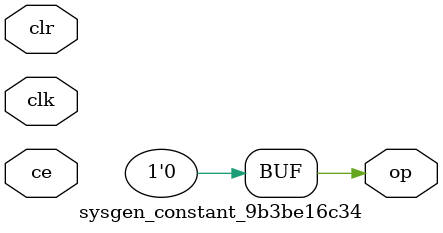
<source format=v>
module sysgen_constant_9b3be16c34 (
  output [(1 - 1):0] op,
  input clk,
  input ce,
  input clr);
  assign op = 1'b0;
endmodule
</source>
